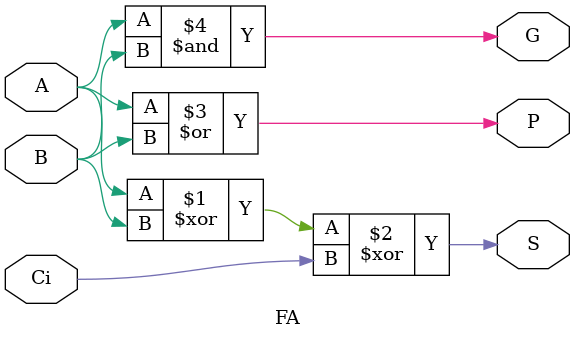
<source format=v>
module FA 
(   
    input   A       ,
    input   B       ,
    input   Ci      ,

    output  S       ,
    output  P       ,
    output  G      
);
    
    assign S = (A ^ B) ^ Ci;
    assign P = A | B;
    assign G = A & B;
    
endmodule
</source>
